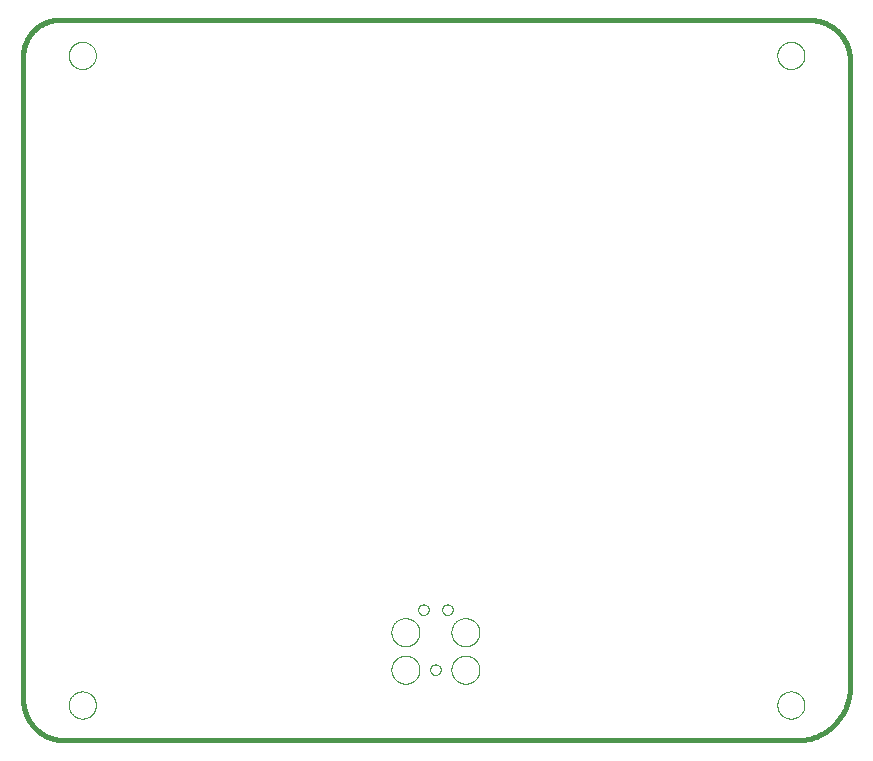
<source format=gbp>
G75*
%MOIN*%
%OFA0B0*%
%FSLAX25Y25*%
%IPPOS*%
%LPD*%
%AMOC8*
5,1,8,0,0,1.08239X$1,22.5*
%
%ADD10C,0.01600*%
%ADD11C,0.00000*%
D10*
X0017183Y0004413D02*
X0261183Y0004413D01*
X0261614Y0004418D01*
X0262045Y0004434D01*
X0262475Y0004460D01*
X0262905Y0004496D01*
X0263333Y0004543D01*
X0263760Y0004600D01*
X0264186Y0004668D01*
X0264610Y0004745D01*
X0265032Y0004833D01*
X0265452Y0004931D01*
X0265869Y0005040D01*
X0266283Y0005158D01*
X0266695Y0005286D01*
X0267103Y0005424D01*
X0267508Y0005572D01*
X0267909Y0005730D01*
X0268306Y0005897D01*
X0268700Y0006074D01*
X0269088Y0006260D01*
X0269472Y0006456D01*
X0269851Y0006661D01*
X0270226Y0006875D01*
X0270595Y0007098D01*
X0270958Y0007330D01*
X0271316Y0007570D01*
X0271667Y0007820D01*
X0272013Y0008077D01*
X0272352Y0008343D01*
X0272685Y0008617D01*
X0273011Y0008899D01*
X0273330Y0009189D01*
X0273642Y0009486D01*
X0273947Y0009791D01*
X0274244Y0010103D01*
X0274534Y0010422D01*
X0274816Y0010748D01*
X0275090Y0011081D01*
X0275356Y0011420D01*
X0275613Y0011766D01*
X0275863Y0012117D01*
X0276103Y0012475D01*
X0276335Y0012838D01*
X0276558Y0013207D01*
X0276772Y0013582D01*
X0276977Y0013961D01*
X0277173Y0014345D01*
X0277359Y0014733D01*
X0277536Y0015127D01*
X0277703Y0015524D01*
X0277861Y0015925D01*
X0278009Y0016330D01*
X0278147Y0016738D01*
X0278275Y0017150D01*
X0278393Y0017564D01*
X0278502Y0017981D01*
X0278600Y0018401D01*
X0278688Y0018823D01*
X0278765Y0019247D01*
X0278833Y0019673D01*
X0278890Y0020100D01*
X0278937Y0020528D01*
X0278973Y0020958D01*
X0278999Y0021388D01*
X0279015Y0021819D01*
X0279020Y0022250D01*
X0279020Y0231116D01*
X0279019Y0231116D02*
X0279015Y0231441D01*
X0279003Y0231766D01*
X0278984Y0232091D01*
X0278956Y0232414D01*
X0278921Y0232738D01*
X0278878Y0233060D01*
X0278827Y0233381D01*
X0278768Y0233701D01*
X0278702Y0234019D01*
X0278628Y0234336D01*
X0278546Y0234650D01*
X0278457Y0234963D01*
X0278361Y0235274D01*
X0278256Y0235581D01*
X0278145Y0235887D01*
X0278026Y0236189D01*
X0277900Y0236489D01*
X0277766Y0236786D01*
X0277626Y0237079D01*
X0277478Y0237368D01*
X0277323Y0237654D01*
X0277162Y0237937D01*
X0276994Y0238215D01*
X0276819Y0238489D01*
X0276637Y0238759D01*
X0276450Y0239024D01*
X0276255Y0239285D01*
X0276055Y0239541D01*
X0275848Y0239792D01*
X0275635Y0240038D01*
X0275417Y0240278D01*
X0275193Y0240514D01*
X0274963Y0240744D01*
X0274727Y0240968D01*
X0274487Y0241186D01*
X0274241Y0241399D01*
X0273990Y0241606D01*
X0273734Y0241806D01*
X0273473Y0242001D01*
X0273208Y0242188D01*
X0272938Y0242370D01*
X0272664Y0242545D01*
X0272386Y0242713D01*
X0272103Y0242874D01*
X0271817Y0243029D01*
X0271528Y0243177D01*
X0271235Y0243317D01*
X0270938Y0243451D01*
X0270638Y0243577D01*
X0270336Y0243696D01*
X0270030Y0243807D01*
X0269723Y0243912D01*
X0269412Y0244008D01*
X0269099Y0244097D01*
X0268785Y0244179D01*
X0268468Y0244253D01*
X0268150Y0244319D01*
X0267830Y0244378D01*
X0267509Y0244429D01*
X0267187Y0244472D01*
X0266863Y0244507D01*
X0266540Y0244535D01*
X0266215Y0244554D01*
X0265890Y0244566D01*
X0265565Y0244570D01*
X0265565Y0244571D02*
X0015369Y0244571D01*
X0015080Y0244568D01*
X0014792Y0244557D01*
X0014504Y0244540D01*
X0014217Y0244515D01*
X0013930Y0244484D01*
X0013644Y0244446D01*
X0013359Y0244401D01*
X0013075Y0244349D01*
X0012793Y0244290D01*
X0012512Y0244224D01*
X0012232Y0244152D01*
X0011955Y0244072D01*
X0011679Y0243987D01*
X0011406Y0243894D01*
X0011135Y0243795D01*
X0010866Y0243690D01*
X0010601Y0243577D01*
X0010337Y0243459D01*
X0010077Y0243334D01*
X0009820Y0243203D01*
X0009566Y0243066D01*
X0009316Y0242923D01*
X0009069Y0242774D01*
X0008826Y0242618D01*
X0008586Y0242457D01*
X0008351Y0242291D01*
X0008119Y0242118D01*
X0007892Y0241940D01*
X0007670Y0241757D01*
X0007451Y0241568D01*
X0007238Y0241374D01*
X0007029Y0241175D01*
X0006825Y0240971D01*
X0006626Y0240762D01*
X0006432Y0240549D01*
X0006243Y0240330D01*
X0006060Y0240108D01*
X0005882Y0239881D01*
X0005709Y0239649D01*
X0005543Y0239414D01*
X0005382Y0239174D01*
X0005226Y0238931D01*
X0005077Y0238684D01*
X0004934Y0238434D01*
X0004797Y0238180D01*
X0004666Y0237923D01*
X0004541Y0237663D01*
X0004423Y0237399D01*
X0004310Y0237134D01*
X0004205Y0236865D01*
X0004106Y0236594D01*
X0004013Y0236321D01*
X0003928Y0236045D01*
X0003848Y0235768D01*
X0003776Y0235488D01*
X0003710Y0235207D01*
X0003651Y0234925D01*
X0003599Y0234641D01*
X0003554Y0234356D01*
X0003516Y0234070D01*
X0003485Y0233783D01*
X0003460Y0233496D01*
X0003443Y0233208D01*
X0003432Y0232920D01*
X0003429Y0232631D01*
X0003429Y0018168D01*
X0003433Y0017836D01*
X0003445Y0017503D01*
X0003465Y0017172D01*
X0003493Y0016841D01*
X0003529Y0016510D01*
X0003573Y0016181D01*
X0003625Y0015852D01*
X0003685Y0015525D01*
X0003753Y0015200D01*
X0003829Y0014876D01*
X0003912Y0014555D01*
X0004003Y0014235D01*
X0004102Y0013918D01*
X0004209Y0013603D01*
X0004323Y0013291D01*
X0004444Y0012981D01*
X0004573Y0012675D01*
X0004710Y0012372D01*
X0004854Y0012072D01*
X0005004Y0011776D01*
X0005162Y0011484D01*
X0005327Y0011195D01*
X0005499Y0010911D01*
X0005678Y0010631D01*
X0005864Y0010355D01*
X0006056Y0010084D01*
X0006254Y0009817D01*
X0006459Y0009555D01*
X0006671Y0009299D01*
X0006888Y0009047D01*
X0007111Y0008801D01*
X0007341Y0008561D01*
X0007576Y0008326D01*
X0007816Y0008096D01*
X0008062Y0007873D01*
X0008314Y0007656D01*
X0008570Y0007444D01*
X0008832Y0007239D01*
X0009099Y0007041D01*
X0009370Y0006849D01*
X0009646Y0006663D01*
X0009926Y0006484D01*
X0010210Y0006312D01*
X0010499Y0006147D01*
X0010791Y0005989D01*
X0011087Y0005839D01*
X0011387Y0005695D01*
X0011690Y0005558D01*
X0011996Y0005429D01*
X0012306Y0005308D01*
X0012618Y0005194D01*
X0012933Y0005087D01*
X0013250Y0004988D01*
X0013570Y0004897D01*
X0013891Y0004814D01*
X0014215Y0004738D01*
X0014540Y0004670D01*
X0014867Y0004610D01*
X0015196Y0004558D01*
X0015525Y0004514D01*
X0015856Y0004478D01*
X0016187Y0004450D01*
X0016518Y0004430D01*
X0016851Y0004418D01*
X0017183Y0004414D01*
D11*
X0018586Y0016224D02*
X0018588Y0016358D01*
X0018594Y0016492D01*
X0018604Y0016626D01*
X0018618Y0016760D01*
X0018636Y0016893D01*
X0018657Y0017025D01*
X0018683Y0017157D01*
X0018713Y0017288D01*
X0018746Y0017418D01*
X0018783Y0017546D01*
X0018825Y0017674D01*
X0018869Y0017801D01*
X0018918Y0017926D01*
X0018970Y0018049D01*
X0019026Y0018171D01*
X0019086Y0018292D01*
X0019149Y0018410D01*
X0019215Y0018527D01*
X0019285Y0018641D01*
X0019358Y0018754D01*
X0019435Y0018864D01*
X0019515Y0018972D01*
X0019598Y0019077D01*
X0019684Y0019180D01*
X0019773Y0019280D01*
X0019865Y0019378D01*
X0019960Y0019473D01*
X0020058Y0019565D01*
X0020158Y0019654D01*
X0020261Y0019740D01*
X0020366Y0019823D01*
X0020474Y0019903D01*
X0020584Y0019980D01*
X0020697Y0020053D01*
X0020811Y0020123D01*
X0020928Y0020189D01*
X0021046Y0020252D01*
X0021167Y0020312D01*
X0021289Y0020368D01*
X0021412Y0020420D01*
X0021537Y0020469D01*
X0021664Y0020513D01*
X0021792Y0020555D01*
X0021920Y0020592D01*
X0022050Y0020625D01*
X0022181Y0020655D01*
X0022313Y0020681D01*
X0022445Y0020702D01*
X0022578Y0020720D01*
X0022712Y0020734D01*
X0022846Y0020744D01*
X0022980Y0020750D01*
X0023114Y0020752D01*
X0023248Y0020750D01*
X0023382Y0020744D01*
X0023516Y0020734D01*
X0023650Y0020720D01*
X0023783Y0020702D01*
X0023915Y0020681D01*
X0024047Y0020655D01*
X0024178Y0020625D01*
X0024308Y0020592D01*
X0024436Y0020555D01*
X0024564Y0020513D01*
X0024691Y0020469D01*
X0024816Y0020420D01*
X0024939Y0020368D01*
X0025061Y0020312D01*
X0025182Y0020252D01*
X0025300Y0020189D01*
X0025417Y0020123D01*
X0025531Y0020053D01*
X0025644Y0019980D01*
X0025754Y0019903D01*
X0025862Y0019823D01*
X0025967Y0019740D01*
X0026070Y0019654D01*
X0026170Y0019565D01*
X0026268Y0019473D01*
X0026363Y0019378D01*
X0026455Y0019280D01*
X0026544Y0019180D01*
X0026630Y0019077D01*
X0026713Y0018972D01*
X0026793Y0018864D01*
X0026870Y0018754D01*
X0026943Y0018641D01*
X0027013Y0018527D01*
X0027079Y0018410D01*
X0027142Y0018292D01*
X0027202Y0018171D01*
X0027258Y0018049D01*
X0027310Y0017926D01*
X0027359Y0017801D01*
X0027403Y0017674D01*
X0027445Y0017546D01*
X0027482Y0017418D01*
X0027515Y0017288D01*
X0027545Y0017157D01*
X0027571Y0017025D01*
X0027592Y0016893D01*
X0027610Y0016760D01*
X0027624Y0016626D01*
X0027634Y0016492D01*
X0027640Y0016358D01*
X0027642Y0016224D01*
X0027640Y0016090D01*
X0027634Y0015956D01*
X0027624Y0015822D01*
X0027610Y0015688D01*
X0027592Y0015555D01*
X0027571Y0015423D01*
X0027545Y0015291D01*
X0027515Y0015160D01*
X0027482Y0015030D01*
X0027445Y0014902D01*
X0027403Y0014774D01*
X0027359Y0014647D01*
X0027310Y0014522D01*
X0027258Y0014399D01*
X0027202Y0014277D01*
X0027142Y0014156D01*
X0027079Y0014038D01*
X0027013Y0013921D01*
X0026943Y0013807D01*
X0026870Y0013694D01*
X0026793Y0013584D01*
X0026713Y0013476D01*
X0026630Y0013371D01*
X0026544Y0013268D01*
X0026455Y0013168D01*
X0026363Y0013070D01*
X0026268Y0012975D01*
X0026170Y0012883D01*
X0026070Y0012794D01*
X0025967Y0012708D01*
X0025862Y0012625D01*
X0025754Y0012545D01*
X0025644Y0012468D01*
X0025531Y0012395D01*
X0025417Y0012325D01*
X0025300Y0012259D01*
X0025182Y0012196D01*
X0025061Y0012136D01*
X0024939Y0012080D01*
X0024816Y0012028D01*
X0024691Y0011979D01*
X0024564Y0011935D01*
X0024436Y0011893D01*
X0024308Y0011856D01*
X0024178Y0011823D01*
X0024047Y0011793D01*
X0023915Y0011767D01*
X0023783Y0011746D01*
X0023650Y0011728D01*
X0023516Y0011714D01*
X0023382Y0011704D01*
X0023248Y0011698D01*
X0023114Y0011696D01*
X0022980Y0011698D01*
X0022846Y0011704D01*
X0022712Y0011714D01*
X0022578Y0011728D01*
X0022445Y0011746D01*
X0022313Y0011767D01*
X0022181Y0011793D01*
X0022050Y0011823D01*
X0021920Y0011856D01*
X0021792Y0011893D01*
X0021664Y0011935D01*
X0021537Y0011979D01*
X0021412Y0012028D01*
X0021289Y0012080D01*
X0021167Y0012136D01*
X0021046Y0012196D01*
X0020928Y0012259D01*
X0020811Y0012325D01*
X0020697Y0012395D01*
X0020584Y0012468D01*
X0020474Y0012545D01*
X0020366Y0012625D01*
X0020261Y0012708D01*
X0020158Y0012794D01*
X0020058Y0012883D01*
X0019960Y0012975D01*
X0019865Y0013070D01*
X0019773Y0013168D01*
X0019684Y0013268D01*
X0019598Y0013371D01*
X0019515Y0013476D01*
X0019435Y0013584D01*
X0019358Y0013694D01*
X0019285Y0013807D01*
X0019215Y0013921D01*
X0019149Y0014038D01*
X0019086Y0014156D01*
X0019026Y0014277D01*
X0018970Y0014399D01*
X0018918Y0014522D01*
X0018869Y0014647D01*
X0018825Y0014774D01*
X0018783Y0014902D01*
X0018746Y0015030D01*
X0018713Y0015160D01*
X0018683Y0015291D01*
X0018657Y0015423D01*
X0018636Y0015555D01*
X0018618Y0015688D01*
X0018604Y0015822D01*
X0018594Y0015956D01*
X0018588Y0016090D01*
X0018586Y0016224D01*
X0126156Y0027996D02*
X0126158Y0028133D01*
X0126164Y0028269D01*
X0126174Y0028405D01*
X0126188Y0028541D01*
X0126206Y0028677D01*
X0126228Y0028812D01*
X0126253Y0028946D01*
X0126283Y0029079D01*
X0126317Y0029211D01*
X0126354Y0029343D01*
X0126395Y0029473D01*
X0126441Y0029602D01*
X0126489Y0029730D01*
X0126542Y0029856D01*
X0126598Y0029980D01*
X0126658Y0030103D01*
X0126721Y0030224D01*
X0126788Y0030343D01*
X0126858Y0030460D01*
X0126932Y0030576D01*
X0127009Y0030688D01*
X0127089Y0030799D01*
X0127173Y0030907D01*
X0127260Y0031013D01*
X0127349Y0031116D01*
X0127442Y0031216D01*
X0127537Y0031314D01*
X0127636Y0031409D01*
X0127737Y0031501D01*
X0127841Y0031589D01*
X0127947Y0031675D01*
X0128056Y0031758D01*
X0128167Y0031837D01*
X0128280Y0031914D01*
X0128396Y0031987D01*
X0128513Y0032056D01*
X0128633Y0032122D01*
X0128754Y0032184D01*
X0128878Y0032243D01*
X0129003Y0032299D01*
X0129129Y0032350D01*
X0129257Y0032398D01*
X0129386Y0032442D01*
X0129517Y0032483D01*
X0129649Y0032519D01*
X0129781Y0032552D01*
X0129915Y0032580D01*
X0130049Y0032605D01*
X0130184Y0032626D01*
X0130320Y0032643D01*
X0130456Y0032656D01*
X0130592Y0032665D01*
X0130729Y0032670D01*
X0130865Y0032671D01*
X0131002Y0032668D01*
X0131138Y0032661D01*
X0131274Y0032650D01*
X0131410Y0032635D01*
X0131545Y0032616D01*
X0131680Y0032593D01*
X0131814Y0032566D01*
X0131947Y0032536D01*
X0132079Y0032501D01*
X0132211Y0032463D01*
X0132340Y0032421D01*
X0132469Y0032375D01*
X0132596Y0032325D01*
X0132722Y0032271D01*
X0132846Y0032214D01*
X0132969Y0032154D01*
X0133089Y0032089D01*
X0133208Y0032022D01*
X0133324Y0031951D01*
X0133439Y0031876D01*
X0133551Y0031798D01*
X0133661Y0031717D01*
X0133769Y0031633D01*
X0133874Y0031545D01*
X0133976Y0031455D01*
X0134076Y0031362D01*
X0134173Y0031265D01*
X0134267Y0031166D01*
X0134358Y0031065D01*
X0134446Y0030960D01*
X0134531Y0030853D01*
X0134613Y0030744D01*
X0134692Y0030632D01*
X0134767Y0030518D01*
X0134839Y0030402D01*
X0134908Y0030284D01*
X0134973Y0030164D01*
X0135035Y0030042D01*
X0135093Y0029918D01*
X0135147Y0029793D01*
X0135198Y0029666D01*
X0135244Y0029538D01*
X0135288Y0029408D01*
X0135327Y0029277D01*
X0135363Y0029145D01*
X0135394Y0029012D01*
X0135422Y0028879D01*
X0135446Y0028744D01*
X0135466Y0028609D01*
X0135482Y0028473D01*
X0135494Y0028337D01*
X0135502Y0028201D01*
X0135506Y0028064D01*
X0135506Y0027928D01*
X0135502Y0027791D01*
X0135494Y0027655D01*
X0135482Y0027519D01*
X0135466Y0027383D01*
X0135446Y0027248D01*
X0135422Y0027113D01*
X0135394Y0026980D01*
X0135363Y0026847D01*
X0135327Y0026715D01*
X0135288Y0026584D01*
X0135244Y0026454D01*
X0135198Y0026326D01*
X0135147Y0026199D01*
X0135093Y0026074D01*
X0135035Y0025950D01*
X0134973Y0025828D01*
X0134908Y0025708D01*
X0134839Y0025590D01*
X0134767Y0025474D01*
X0134692Y0025360D01*
X0134613Y0025248D01*
X0134531Y0025139D01*
X0134446Y0025032D01*
X0134358Y0024927D01*
X0134267Y0024826D01*
X0134173Y0024727D01*
X0134076Y0024630D01*
X0133976Y0024537D01*
X0133874Y0024447D01*
X0133769Y0024359D01*
X0133661Y0024275D01*
X0133551Y0024194D01*
X0133439Y0024116D01*
X0133324Y0024041D01*
X0133208Y0023970D01*
X0133089Y0023903D01*
X0132969Y0023838D01*
X0132846Y0023778D01*
X0132722Y0023721D01*
X0132596Y0023667D01*
X0132469Y0023617D01*
X0132340Y0023571D01*
X0132211Y0023529D01*
X0132079Y0023491D01*
X0131947Y0023456D01*
X0131814Y0023426D01*
X0131680Y0023399D01*
X0131545Y0023376D01*
X0131410Y0023357D01*
X0131274Y0023342D01*
X0131138Y0023331D01*
X0131002Y0023324D01*
X0130865Y0023321D01*
X0130729Y0023322D01*
X0130592Y0023327D01*
X0130456Y0023336D01*
X0130320Y0023349D01*
X0130184Y0023366D01*
X0130049Y0023387D01*
X0129915Y0023412D01*
X0129781Y0023440D01*
X0129649Y0023473D01*
X0129517Y0023509D01*
X0129386Y0023550D01*
X0129257Y0023594D01*
X0129129Y0023642D01*
X0129003Y0023693D01*
X0128878Y0023749D01*
X0128754Y0023808D01*
X0128633Y0023870D01*
X0128513Y0023936D01*
X0128396Y0024005D01*
X0128280Y0024078D01*
X0128167Y0024155D01*
X0128056Y0024234D01*
X0127947Y0024317D01*
X0127841Y0024403D01*
X0127737Y0024491D01*
X0127636Y0024583D01*
X0127537Y0024678D01*
X0127442Y0024776D01*
X0127349Y0024876D01*
X0127260Y0024979D01*
X0127173Y0025085D01*
X0127089Y0025193D01*
X0127009Y0025304D01*
X0126932Y0025416D01*
X0126858Y0025532D01*
X0126788Y0025649D01*
X0126721Y0025768D01*
X0126658Y0025889D01*
X0126598Y0026012D01*
X0126542Y0026136D01*
X0126489Y0026262D01*
X0126441Y0026390D01*
X0126395Y0026519D01*
X0126354Y0026649D01*
X0126317Y0026781D01*
X0126283Y0026913D01*
X0126253Y0027046D01*
X0126228Y0027180D01*
X0126206Y0027315D01*
X0126188Y0027451D01*
X0126174Y0027587D01*
X0126164Y0027723D01*
X0126158Y0027859D01*
X0126156Y0027996D01*
X0126156Y0040496D02*
X0126158Y0040633D01*
X0126164Y0040769D01*
X0126174Y0040905D01*
X0126188Y0041041D01*
X0126206Y0041177D01*
X0126228Y0041312D01*
X0126253Y0041446D01*
X0126283Y0041579D01*
X0126317Y0041711D01*
X0126354Y0041843D01*
X0126395Y0041973D01*
X0126441Y0042102D01*
X0126489Y0042230D01*
X0126542Y0042356D01*
X0126598Y0042480D01*
X0126658Y0042603D01*
X0126721Y0042724D01*
X0126788Y0042843D01*
X0126858Y0042960D01*
X0126932Y0043076D01*
X0127009Y0043188D01*
X0127089Y0043299D01*
X0127173Y0043407D01*
X0127260Y0043513D01*
X0127349Y0043616D01*
X0127442Y0043716D01*
X0127537Y0043814D01*
X0127636Y0043909D01*
X0127737Y0044001D01*
X0127841Y0044089D01*
X0127947Y0044175D01*
X0128056Y0044258D01*
X0128167Y0044337D01*
X0128280Y0044414D01*
X0128396Y0044487D01*
X0128513Y0044556D01*
X0128633Y0044622D01*
X0128754Y0044684D01*
X0128878Y0044743D01*
X0129003Y0044799D01*
X0129129Y0044850D01*
X0129257Y0044898D01*
X0129386Y0044942D01*
X0129517Y0044983D01*
X0129649Y0045019D01*
X0129781Y0045052D01*
X0129915Y0045080D01*
X0130049Y0045105D01*
X0130184Y0045126D01*
X0130320Y0045143D01*
X0130456Y0045156D01*
X0130592Y0045165D01*
X0130729Y0045170D01*
X0130865Y0045171D01*
X0131002Y0045168D01*
X0131138Y0045161D01*
X0131274Y0045150D01*
X0131410Y0045135D01*
X0131545Y0045116D01*
X0131680Y0045093D01*
X0131814Y0045066D01*
X0131947Y0045036D01*
X0132079Y0045001D01*
X0132211Y0044963D01*
X0132340Y0044921D01*
X0132469Y0044875D01*
X0132596Y0044825D01*
X0132722Y0044771D01*
X0132846Y0044714D01*
X0132969Y0044654D01*
X0133089Y0044589D01*
X0133208Y0044522D01*
X0133324Y0044451D01*
X0133439Y0044376D01*
X0133551Y0044298D01*
X0133661Y0044217D01*
X0133769Y0044133D01*
X0133874Y0044045D01*
X0133976Y0043955D01*
X0134076Y0043862D01*
X0134173Y0043765D01*
X0134267Y0043666D01*
X0134358Y0043565D01*
X0134446Y0043460D01*
X0134531Y0043353D01*
X0134613Y0043244D01*
X0134692Y0043132D01*
X0134767Y0043018D01*
X0134839Y0042902D01*
X0134908Y0042784D01*
X0134973Y0042664D01*
X0135035Y0042542D01*
X0135093Y0042418D01*
X0135147Y0042293D01*
X0135198Y0042166D01*
X0135244Y0042038D01*
X0135288Y0041908D01*
X0135327Y0041777D01*
X0135363Y0041645D01*
X0135394Y0041512D01*
X0135422Y0041379D01*
X0135446Y0041244D01*
X0135466Y0041109D01*
X0135482Y0040973D01*
X0135494Y0040837D01*
X0135502Y0040701D01*
X0135506Y0040564D01*
X0135506Y0040428D01*
X0135502Y0040291D01*
X0135494Y0040155D01*
X0135482Y0040019D01*
X0135466Y0039883D01*
X0135446Y0039748D01*
X0135422Y0039613D01*
X0135394Y0039480D01*
X0135363Y0039347D01*
X0135327Y0039215D01*
X0135288Y0039084D01*
X0135244Y0038954D01*
X0135198Y0038826D01*
X0135147Y0038699D01*
X0135093Y0038574D01*
X0135035Y0038450D01*
X0134973Y0038328D01*
X0134908Y0038208D01*
X0134839Y0038090D01*
X0134767Y0037974D01*
X0134692Y0037860D01*
X0134613Y0037748D01*
X0134531Y0037639D01*
X0134446Y0037532D01*
X0134358Y0037427D01*
X0134267Y0037326D01*
X0134173Y0037227D01*
X0134076Y0037130D01*
X0133976Y0037037D01*
X0133874Y0036947D01*
X0133769Y0036859D01*
X0133661Y0036775D01*
X0133551Y0036694D01*
X0133439Y0036616D01*
X0133324Y0036541D01*
X0133208Y0036470D01*
X0133089Y0036403D01*
X0132969Y0036338D01*
X0132846Y0036278D01*
X0132722Y0036221D01*
X0132596Y0036167D01*
X0132469Y0036117D01*
X0132340Y0036071D01*
X0132211Y0036029D01*
X0132079Y0035991D01*
X0131947Y0035956D01*
X0131814Y0035926D01*
X0131680Y0035899D01*
X0131545Y0035876D01*
X0131410Y0035857D01*
X0131274Y0035842D01*
X0131138Y0035831D01*
X0131002Y0035824D01*
X0130865Y0035821D01*
X0130729Y0035822D01*
X0130592Y0035827D01*
X0130456Y0035836D01*
X0130320Y0035849D01*
X0130184Y0035866D01*
X0130049Y0035887D01*
X0129915Y0035912D01*
X0129781Y0035940D01*
X0129649Y0035973D01*
X0129517Y0036009D01*
X0129386Y0036050D01*
X0129257Y0036094D01*
X0129129Y0036142D01*
X0129003Y0036193D01*
X0128878Y0036249D01*
X0128754Y0036308D01*
X0128633Y0036370D01*
X0128513Y0036436D01*
X0128396Y0036505D01*
X0128280Y0036578D01*
X0128167Y0036655D01*
X0128056Y0036734D01*
X0127947Y0036817D01*
X0127841Y0036903D01*
X0127737Y0036991D01*
X0127636Y0037083D01*
X0127537Y0037178D01*
X0127442Y0037276D01*
X0127349Y0037376D01*
X0127260Y0037479D01*
X0127173Y0037585D01*
X0127089Y0037693D01*
X0127009Y0037804D01*
X0126932Y0037916D01*
X0126858Y0038032D01*
X0126788Y0038149D01*
X0126721Y0038268D01*
X0126658Y0038389D01*
X0126598Y0038512D01*
X0126542Y0038636D01*
X0126489Y0038762D01*
X0126441Y0038890D01*
X0126395Y0039019D01*
X0126354Y0039149D01*
X0126317Y0039281D01*
X0126283Y0039413D01*
X0126253Y0039546D01*
X0126228Y0039680D01*
X0126206Y0039815D01*
X0126188Y0039951D01*
X0126174Y0040087D01*
X0126164Y0040223D01*
X0126158Y0040359D01*
X0126156Y0040496D01*
X0135081Y0047996D02*
X0135083Y0048079D01*
X0135089Y0048162D01*
X0135099Y0048245D01*
X0135113Y0048327D01*
X0135130Y0048409D01*
X0135152Y0048489D01*
X0135177Y0048568D01*
X0135206Y0048646D01*
X0135239Y0048723D01*
X0135276Y0048798D01*
X0135315Y0048871D01*
X0135359Y0048942D01*
X0135405Y0049011D01*
X0135455Y0049078D01*
X0135508Y0049142D01*
X0135564Y0049204D01*
X0135623Y0049263D01*
X0135685Y0049319D01*
X0135749Y0049372D01*
X0135816Y0049422D01*
X0135885Y0049468D01*
X0135956Y0049512D01*
X0136029Y0049551D01*
X0136104Y0049588D01*
X0136181Y0049621D01*
X0136259Y0049650D01*
X0136338Y0049675D01*
X0136418Y0049697D01*
X0136500Y0049714D01*
X0136582Y0049728D01*
X0136665Y0049738D01*
X0136748Y0049744D01*
X0136831Y0049746D01*
X0136914Y0049744D01*
X0136997Y0049738D01*
X0137080Y0049728D01*
X0137162Y0049714D01*
X0137244Y0049697D01*
X0137324Y0049675D01*
X0137403Y0049650D01*
X0137481Y0049621D01*
X0137558Y0049588D01*
X0137633Y0049551D01*
X0137706Y0049512D01*
X0137777Y0049468D01*
X0137846Y0049422D01*
X0137913Y0049372D01*
X0137977Y0049319D01*
X0138039Y0049263D01*
X0138098Y0049204D01*
X0138154Y0049142D01*
X0138207Y0049078D01*
X0138257Y0049011D01*
X0138303Y0048942D01*
X0138347Y0048871D01*
X0138386Y0048798D01*
X0138423Y0048723D01*
X0138456Y0048646D01*
X0138485Y0048568D01*
X0138510Y0048489D01*
X0138532Y0048409D01*
X0138549Y0048327D01*
X0138563Y0048245D01*
X0138573Y0048162D01*
X0138579Y0048079D01*
X0138581Y0047996D01*
X0138579Y0047913D01*
X0138573Y0047830D01*
X0138563Y0047747D01*
X0138549Y0047665D01*
X0138532Y0047583D01*
X0138510Y0047503D01*
X0138485Y0047424D01*
X0138456Y0047346D01*
X0138423Y0047269D01*
X0138386Y0047194D01*
X0138347Y0047121D01*
X0138303Y0047050D01*
X0138257Y0046981D01*
X0138207Y0046914D01*
X0138154Y0046850D01*
X0138098Y0046788D01*
X0138039Y0046729D01*
X0137977Y0046673D01*
X0137913Y0046620D01*
X0137846Y0046570D01*
X0137777Y0046524D01*
X0137706Y0046480D01*
X0137633Y0046441D01*
X0137558Y0046404D01*
X0137481Y0046371D01*
X0137403Y0046342D01*
X0137324Y0046317D01*
X0137244Y0046295D01*
X0137162Y0046278D01*
X0137080Y0046264D01*
X0136997Y0046254D01*
X0136914Y0046248D01*
X0136831Y0046246D01*
X0136748Y0046248D01*
X0136665Y0046254D01*
X0136582Y0046264D01*
X0136500Y0046278D01*
X0136418Y0046295D01*
X0136338Y0046317D01*
X0136259Y0046342D01*
X0136181Y0046371D01*
X0136104Y0046404D01*
X0136029Y0046441D01*
X0135956Y0046480D01*
X0135885Y0046524D01*
X0135816Y0046570D01*
X0135749Y0046620D01*
X0135685Y0046673D01*
X0135623Y0046729D01*
X0135564Y0046788D01*
X0135508Y0046850D01*
X0135455Y0046914D01*
X0135405Y0046981D01*
X0135359Y0047050D01*
X0135315Y0047121D01*
X0135276Y0047194D01*
X0135239Y0047269D01*
X0135206Y0047346D01*
X0135177Y0047424D01*
X0135152Y0047503D01*
X0135130Y0047583D01*
X0135113Y0047665D01*
X0135099Y0047747D01*
X0135089Y0047830D01*
X0135083Y0047913D01*
X0135081Y0047996D01*
X0143081Y0047996D02*
X0143083Y0048079D01*
X0143089Y0048162D01*
X0143099Y0048245D01*
X0143113Y0048327D01*
X0143130Y0048409D01*
X0143152Y0048489D01*
X0143177Y0048568D01*
X0143206Y0048646D01*
X0143239Y0048723D01*
X0143276Y0048798D01*
X0143315Y0048871D01*
X0143359Y0048942D01*
X0143405Y0049011D01*
X0143455Y0049078D01*
X0143508Y0049142D01*
X0143564Y0049204D01*
X0143623Y0049263D01*
X0143685Y0049319D01*
X0143749Y0049372D01*
X0143816Y0049422D01*
X0143885Y0049468D01*
X0143956Y0049512D01*
X0144029Y0049551D01*
X0144104Y0049588D01*
X0144181Y0049621D01*
X0144259Y0049650D01*
X0144338Y0049675D01*
X0144418Y0049697D01*
X0144500Y0049714D01*
X0144582Y0049728D01*
X0144665Y0049738D01*
X0144748Y0049744D01*
X0144831Y0049746D01*
X0144914Y0049744D01*
X0144997Y0049738D01*
X0145080Y0049728D01*
X0145162Y0049714D01*
X0145244Y0049697D01*
X0145324Y0049675D01*
X0145403Y0049650D01*
X0145481Y0049621D01*
X0145558Y0049588D01*
X0145633Y0049551D01*
X0145706Y0049512D01*
X0145777Y0049468D01*
X0145846Y0049422D01*
X0145913Y0049372D01*
X0145977Y0049319D01*
X0146039Y0049263D01*
X0146098Y0049204D01*
X0146154Y0049142D01*
X0146207Y0049078D01*
X0146257Y0049011D01*
X0146303Y0048942D01*
X0146347Y0048871D01*
X0146386Y0048798D01*
X0146423Y0048723D01*
X0146456Y0048646D01*
X0146485Y0048568D01*
X0146510Y0048489D01*
X0146532Y0048409D01*
X0146549Y0048327D01*
X0146563Y0048245D01*
X0146573Y0048162D01*
X0146579Y0048079D01*
X0146581Y0047996D01*
X0146579Y0047913D01*
X0146573Y0047830D01*
X0146563Y0047747D01*
X0146549Y0047665D01*
X0146532Y0047583D01*
X0146510Y0047503D01*
X0146485Y0047424D01*
X0146456Y0047346D01*
X0146423Y0047269D01*
X0146386Y0047194D01*
X0146347Y0047121D01*
X0146303Y0047050D01*
X0146257Y0046981D01*
X0146207Y0046914D01*
X0146154Y0046850D01*
X0146098Y0046788D01*
X0146039Y0046729D01*
X0145977Y0046673D01*
X0145913Y0046620D01*
X0145846Y0046570D01*
X0145777Y0046524D01*
X0145706Y0046480D01*
X0145633Y0046441D01*
X0145558Y0046404D01*
X0145481Y0046371D01*
X0145403Y0046342D01*
X0145324Y0046317D01*
X0145244Y0046295D01*
X0145162Y0046278D01*
X0145080Y0046264D01*
X0144997Y0046254D01*
X0144914Y0046248D01*
X0144831Y0046246D01*
X0144748Y0046248D01*
X0144665Y0046254D01*
X0144582Y0046264D01*
X0144500Y0046278D01*
X0144418Y0046295D01*
X0144338Y0046317D01*
X0144259Y0046342D01*
X0144181Y0046371D01*
X0144104Y0046404D01*
X0144029Y0046441D01*
X0143956Y0046480D01*
X0143885Y0046524D01*
X0143816Y0046570D01*
X0143749Y0046620D01*
X0143685Y0046673D01*
X0143623Y0046729D01*
X0143564Y0046788D01*
X0143508Y0046850D01*
X0143455Y0046914D01*
X0143405Y0046981D01*
X0143359Y0047050D01*
X0143315Y0047121D01*
X0143276Y0047194D01*
X0143239Y0047269D01*
X0143206Y0047346D01*
X0143177Y0047424D01*
X0143152Y0047503D01*
X0143130Y0047583D01*
X0143113Y0047665D01*
X0143099Y0047747D01*
X0143089Y0047830D01*
X0143083Y0047913D01*
X0143081Y0047996D01*
X0146156Y0040496D02*
X0146158Y0040633D01*
X0146164Y0040769D01*
X0146174Y0040905D01*
X0146188Y0041041D01*
X0146206Y0041177D01*
X0146228Y0041312D01*
X0146253Y0041446D01*
X0146283Y0041579D01*
X0146317Y0041711D01*
X0146354Y0041843D01*
X0146395Y0041973D01*
X0146441Y0042102D01*
X0146489Y0042230D01*
X0146542Y0042356D01*
X0146598Y0042480D01*
X0146658Y0042603D01*
X0146721Y0042724D01*
X0146788Y0042843D01*
X0146858Y0042960D01*
X0146932Y0043076D01*
X0147009Y0043188D01*
X0147089Y0043299D01*
X0147173Y0043407D01*
X0147260Y0043513D01*
X0147349Y0043616D01*
X0147442Y0043716D01*
X0147537Y0043814D01*
X0147636Y0043909D01*
X0147737Y0044001D01*
X0147841Y0044089D01*
X0147947Y0044175D01*
X0148056Y0044258D01*
X0148167Y0044337D01*
X0148280Y0044414D01*
X0148396Y0044487D01*
X0148513Y0044556D01*
X0148633Y0044622D01*
X0148754Y0044684D01*
X0148878Y0044743D01*
X0149003Y0044799D01*
X0149129Y0044850D01*
X0149257Y0044898D01*
X0149386Y0044942D01*
X0149517Y0044983D01*
X0149649Y0045019D01*
X0149781Y0045052D01*
X0149915Y0045080D01*
X0150049Y0045105D01*
X0150184Y0045126D01*
X0150320Y0045143D01*
X0150456Y0045156D01*
X0150592Y0045165D01*
X0150729Y0045170D01*
X0150865Y0045171D01*
X0151002Y0045168D01*
X0151138Y0045161D01*
X0151274Y0045150D01*
X0151410Y0045135D01*
X0151545Y0045116D01*
X0151680Y0045093D01*
X0151814Y0045066D01*
X0151947Y0045036D01*
X0152079Y0045001D01*
X0152211Y0044963D01*
X0152340Y0044921D01*
X0152469Y0044875D01*
X0152596Y0044825D01*
X0152722Y0044771D01*
X0152846Y0044714D01*
X0152969Y0044654D01*
X0153089Y0044589D01*
X0153208Y0044522D01*
X0153324Y0044451D01*
X0153439Y0044376D01*
X0153551Y0044298D01*
X0153661Y0044217D01*
X0153769Y0044133D01*
X0153874Y0044045D01*
X0153976Y0043955D01*
X0154076Y0043862D01*
X0154173Y0043765D01*
X0154267Y0043666D01*
X0154358Y0043565D01*
X0154446Y0043460D01*
X0154531Y0043353D01*
X0154613Y0043244D01*
X0154692Y0043132D01*
X0154767Y0043018D01*
X0154839Y0042902D01*
X0154908Y0042784D01*
X0154973Y0042664D01*
X0155035Y0042542D01*
X0155093Y0042418D01*
X0155147Y0042293D01*
X0155198Y0042166D01*
X0155244Y0042038D01*
X0155288Y0041908D01*
X0155327Y0041777D01*
X0155363Y0041645D01*
X0155394Y0041512D01*
X0155422Y0041379D01*
X0155446Y0041244D01*
X0155466Y0041109D01*
X0155482Y0040973D01*
X0155494Y0040837D01*
X0155502Y0040701D01*
X0155506Y0040564D01*
X0155506Y0040428D01*
X0155502Y0040291D01*
X0155494Y0040155D01*
X0155482Y0040019D01*
X0155466Y0039883D01*
X0155446Y0039748D01*
X0155422Y0039613D01*
X0155394Y0039480D01*
X0155363Y0039347D01*
X0155327Y0039215D01*
X0155288Y0039084D01*
X0155244Y0038954D01*
X0155198Y0038826D01*
X0155147Y0038699D01*
X0155093Y0038574D01*
X0155035Y0038450D01*
X0154973Y0038328D01*
X0154908Y0038208D01*
X0154839Y0038090D01*
X0154767Y0037974D01*
X0154692Y0037860D01*
X0154613Y0037748D01*
X0154531Y0037639D01*
X0154446Y0037532D01*
X0154358Y0037427D01*
X0154267Y0037326D01*
X0154173Y0037227D01*
X0154076Y0037130D01*
X0153976Y0037037D01*
X0153874Y0036947D01*
X0153769Y0036859D01*
X0153661Y0036775D01*
X0153551Y0036694D01*
X0153439Y0036616D01*
X0153324Y0036541D01*
X0153208Y0036470D01*
X0153089Y0036403D01*
X0152969Y0036338D01*
X0152846Y0036278D01*
X0152722Y0036221D01*
X0152596Y0036167D01*
X0152469Y0036117D01*
X0152340Y0036071D01*
X0152211Y0036029D01*
X0152079Y0035991D01*
X0151947Y0035956D01*
X0151814Y0035926D01*
X0151680Y0035899D01*
X0151545Y0035876D01*
X0151410Y0035857D01*
X0151274Y0035842D01*
X0151138Y0035831D01*
X0151002Y0035824D01*
X0150865Y0035821D01*
X0150729Y0035822D01*
X0150592Y0035827D01*
X0150456Y0035836D01*
X0150320Y0035849D01*
X0150184Y0035866D01*
X0150049Y0035887D01*
X0149915Y0035912D01*
X0149781Y0035940D01*
X0149649Y0035973D01*
X0149517Y0036009D01*
X0149386Y0036050D01*
X0149257Y0036094D01*
X0149129Y0036142D01*
X0149003Y0036193D01*
X0148878Y0036249D01*
X0148754Y0036308D01*
X0148633Y0036370D01*
X0148513Y0036436D01*
X0148396Y0036505D01*
X0148280Y0036578D01*
X0148167Y0036655D01*
X0148056Y0036734D01*
X0147947Y0036817D01*
X0147841Y0036903D01*
X0147737Y0036991D01*
X0147636Y0037083D01*
X0147537Y0037178D01*
X0147442Y0037276D01*
X0147349Y0037376D01*
X0147260Y0037479D01*
X0147173Y0037585D01*
X0147089Y0037693D01*
X0147009Y0037804D01*
X0146932Y0037916D01*
X0146858Y0038032D01*
X0146788Y0038149D01*
X0146721Y0038268D01*
X0146658Y0038389D01*
X0146598Y0038512D01*
X0146542Y0038636D01*
X0146489Y0038762D01*
X0146441Y0038890D01*
X0146395Y0039019D01*
X0146354Y0039149D01*
X0146317Y0039281D01*
X0146283Y0039413D01*
X0146253Y0039546D01*
X0146228Y0039680D01*
X0146206Y0039815D01*
X0146188Y0039951D01*
X0146174Y0040087D01*
X0146164Y0040223D01*
X0146158Y0040359D01*
X0146156Y0040496D01*
X0146156Y0027996D02*
X0146158Y0028133D01*
X0146164Y0028269D01*
X0146174Y0028405D01*
X0146188Y0028541D01*
X0146206Y0028677D01*
X0146228Y0028812D01*
X0146253Y0028946D01*
X0146283Y0029079D01*
X0146317Y0029211D01*
X0146354Y0029343D01*
X0146395Y0029473D01*
X0146441Y0029602D01*
X0146489Y0029730D01*
X0146542Y0029856D01*
X0146598Y0029980D01*
X0146658Y0030103D01*
X0146721Y0030224D01*
X0146788Y0030343D01*
X0146858Y0030460D01*
X0146932Y0030576D01*
X0147009Y0030688D01*
X0147089Y0030799D01*
X0147173Y0030907D01*
X0147260Y0031013D01*
X0147349Y0031116D01*
X0147442Y0031216D01*
X0147537Y0031314D01*
X0147636Y0031409D01*
X0147737Y0031501D01*
X0147841Y0031589D01*
X0147947Y0031675D01*
X0148056Y0031758D01*
X0148167Y0031837D01*
X0148280Y0031914D01*
X0148396Y0031987D01*
X0148513Y0032056D01*
X0148633Y0032122D01*
X0148754Y0032184D01*
X0148878Y0032243D01*
X0149003Y0032299D01*
X0149129Y0032350D01*
X0149257Y0032398D01*
X0149386Y0032442D01*
X0149517Y0032483D01*
X0149649Y0032519D01*
X0149781Y0032552D01*
X0149915Y0032580D01*
X0150049Y0032605D01*
X0150184Y0032626D01*
X0150320Y0032643D01*
X0150456Y0032656D01*
X0150592Y0032665D01*
X0150729Y0032670D01*
X0150865Y0032671D01*
X0151002Y0032668D01*
X0151138Y0032661D01*
X0151274Y0032650D01*
X0151410Y0032635D01*
X0151545Y0032616D01*
X0151680Y0032593D01*
X0151814Y0032566D01*
X0151947Y0032536D01*
X0152079Y0032501D01*
X0152211Y0032463D01*
X0152340Y0032421D01*
X0152469Y0032375D01*
X0152596Y0032325D01*
X0152722Y0032271D01*
X0152846Y0032214D01*
X0152969Y0032154D01*
X0153089Y0032089D01*
X0153208Y0032022D01*
X0153324Y0031951D01*
X0153439Y0031876D01*
X0153551Y0031798D01*
X0153661Y0031717D01*
X0153769Y0031633D01*
X0153874Y0031545D01*
X0153976Y0031455D01*
X0154076Y0031362D01*
X0154173Y0031265D01*
X0154267Y0031166D01*
X0154358Y0031065D01*
X0154446Y0030960D01*
X0154531Y0030853D01*
X0154613Y0030744D01*
X0154692Y0030632D01*
X0154767Y0030518D01*
X0154839Y0030402D01*
X0154908Y0030284D01*
X0154973Y0030164D01*
X0155035Y0030042D01*
X0155093Y0029918D01*
X0155147Y0029793D01*
X0155198Y0029666D01*
X0155244Y0029538D01*
X0155288Y0029408D01*
X0155327Y0029277D01*
X0155363Y0029145D01*
X0155394Y0029012D01*
X0155422Y0028879D01*
X0155446Y0028744D01*
X0155466Y0028609D01*
X0155482Y0028473D01*
X0155494Y0028337D01*
X0155502Y0028201D01*
X0155506Y0028064D01*
X0155506Y0027928D01*
X0155502Y0027791D01*
X0155494Y0027655D01*
X0155482Y0027519D01*
X0155466Y0027383D01*
X0155446Y0027248D01*
X0155422Y0027113D01*
X0155394Y0026980D01*
X0155363Y0026847D01*
X0155327Y0026715D01*
X0155288Y0026584D01*
X0155244Y0026454D01*
X0155198Y0026326D01*
X0155147Y0026199D01*
X0155093Y0026074D01*
X0155035Y0025950D01*
X0154973Y0025828D01*
X0154908Y0025708D01*
X0154839Y0025590D01*
X0154767Y0025474D01*
X0154692Y0025360D01*
X0154613Y0025248D01*
X0154531Y0025139D01*
X0154446Y0025032D01*
X0154358Y0024927D01*
X0154267Y0024826D01*
X0154173Y0024727D01*
X0154076Y0024630D01*
X0153976Y0024537D01*
X0153874Y0024447D01*
X0153769Y0024359D01*
X0153661Y0024275D01*
X0153551Y0024194D01*
X0153439Y0024116D01*
X0153324Y0024041D01*
X0153208Y0023970D01*
X0153089Y0023903D01*
X0152969Y0023838D01*
X0152846Y0023778D01*
X0152722Y0023721D01*
X0152596Y0023667D01*
X0152469Y0023617D01*
X0152340Y0023571D01*
X0152211Y0023529D01*
X0152079Y0023491D01*
X0151947Y0023456D01*
X0151814Y0023426D01*
X0151680Y0023399D01*
X0151545Y0023376D01*
X0151410Y0023357D01*
X0151274Y0023342D01*
X0151138Y0023331D01*
X0151002Y0023324D01*
X0150865Y0023321D01*
X0150729Y0023322D01*
X0150592Y0023327D01*
X0150456Y0023336D01*
X0150320Y0023349D01*
X0150184Y0023366D01*
X0150049Y0023387D01*
X0149915Y0023412D01*
X0149781Y0023440D01*
X0149649Y0023473D01*
X0149517Y0023509D01*
X0149386Y0023550D01*
X0149257Y0023594D01*
X0149129Y0023642D01*
X0149003Y0023693D01*
X0148878Y0023749D01*
X0148754Y0023808D01*
X0148633Y0023870D01*
X0148513Y0023936D01*
X0148396Y0024005D01*
X0148280Y0024078D01*
X0148167Y0024155D01*
X0148056Y0024234D01*
X0147947Y0024317D01*
X0147841Y0024403D01*
X0147737Y0024491D01*
X0147636Y0024583D01*
X0147537Y0024678D01*
X0147442Y0024776D01*
X0147349Y0024876D01*
X0147260Y0024979D01*
X0147173Y0025085D01*
X0147089Y0025193D01*
X0147009Y0025304D01*
X0146932Y0025416D01*
X0146858Y0025532D01*
X0146788Y0025649D01*
X0146721Y0025768D01*
X0146658Y0025889D01*
X0146598Y0026012D01*
X0146542Y0026136D01*
X0146489Y0026262D01*
X0146441Y0026390D01*
X0146395Y0026519D01*
X0146354Y0026649D01*
X0146317Y0026781D01*
X0146283Y0026913D01*
X0146253Y0027046D01*
X0146228Y0027180D01*
X0146206Y0027315D01*
X0146188Y0027451D01*
X0146174Y0027587D01*
X0146164Y0027723D01*
X0146158Y0027859D01*
X0146156Y0027996D01*
X0139081Y0027996D02*
X0139083Y0028079D01*
X0139089Y0028162D01*
X0139099Y0028245D01*
X0139113Y0028327D01*
X0139130Y0028409D01*
X0139152Y0028489D01*
X0139177Y0028568D01*
X0139206Y0028646D01*
X0139239Y0028723D01*
X0139276Y0028798D01*
X0139315Y0028871D01*
X0139359Y0028942D01*
X0139405Y0029011D01*
X0139455Y0029078D01*
X0139508Y0029142D01*
X0139564Y0029204D01*
X0139623Y0029263D01*
X0139685Y0029319D01*
X0139749Y0029372D01*
X0139816Y0029422D01*
X0139885Y0029468D01*
X0139956Y0029512D01*
X0140029Y0029551D01*
X0140104Y0029588D01*
X0140181Y0029621D01*
X0140259Y0029650D01*
X0140338Y0029675D01*
X0140418Y0029697D01*
X0140500Y0029714D01*
X0140582Y0029728D01*
X0140665Y0029738D01*
X0140748Y0029744D01*
X0140831Y0029746D01*
X0140914Y0029744D01*
X0140997Y0029738D01*
X0141080Y0029728D01*
X0141162Y0029714D01*
X0141244Y0029697D01*
X0141324Y0029675D01*
X0141403Y0029650D01*
X0141481Y0029621D01*
X0141558Y0029588D01*
X0141633Y0029551D01*
X0141706Y0029512D01*
X0141777Y0029468D01*
X0141846Y0029422D01*
X0141913Y0029372D01*
X0141977Y0029319D01*
X0142039Y0029263D01*
X0142098Y0029204D01*
X0142154Y0029142D01*
X0142207Y0029078D01*
X0142257Y0029011D01*
X0142303Y0028942D01*
X0142347Y0028871D01*
X0142386Y0028798D01*
X0142423Y0028723D01*
X0142456Y0028646D01*
X0142485Y0028568D01*
X0142510Y0028489D01*
X0142532Y0028409D01*
X0142549Y0028327D01*
X0142563Y0028245D01*
X0142573Y0028162D01*
X0142579Y0028079D01*
X0142581Y0027996D01*
X0142579Y0027913D01*
X0142573Y0027830D01*
X0142563Y0027747D01*
X0142549Y0027665D01*
X0142532Y0027583D01*
X0142510Y0027503D01*
X0142485Y0027424D01*
X0142456Y0027346D01*
X0142423Y0027269D01*
X0142386Y0027194D01*
X0142347Y0027121D01*
X0142303Y0027050D01*
X0142257Y0026981D01*
X0142207Y0026914D01*
X0142154Y0026850D01*
X0142098Y0026788D01*
X0142039Y0026729D01*
X0141977Y0026673D01*
X0141913Y0026620D01*
X0141846Y0026570D01*
X0141777Y0026524D01*
X0141706Y0026480D01*
X0141633Y0026441D01*
X0141558Y0026404D01*
X0141481Y0026371D01*
X0141403Y0026342D01*
X0141324Y0026317D01*
X0141244Y0026295D01*
X0141162Y0026278D01*
X0141080Y0026264D01*
X0140997Y0026254D01*
X0140914Y0026248D01*
X0140831Y0026246D01*
X0140748Y0026248D01*
X0140665Y0026254D01*
X0140582Y0026264D01*
X0140500Y0026278D01*
X0140418Y0026295D01*
X0140338Y0026317D01*
X0140259Y0026342D01*
X0140181Y0026371D01*
X0140104Y0026404D01*
X0140029Y0026441D01*
X0139956Y0026480D01*
X0139885Y0026524D01*
X0139816Y0026570D01*
X0139749Y0026620D01*
X0139685Y0026673D01*
X0139623Y0026729D01*
X0139564Y0026788D01*
X0139508Y0026850D01*
X0139455Y0026914D01*
X0139405Y0026981D01*
X0139359Y0027050D01*
X0139315Y0027121D01*
X0139276Y0027194D01*
X0139239Y0027269D01*
X0139206Y0027346D01*
X0139177Y0027424D01*
X0139152Y0027503D01*
X0139130Y0027583D01*
X0139113Y0027665D01*
X0139099Y0027747D01*
X0139089Y0027830D01*
X0139083Y0027913D01*
X0139081Y0027996D01*
X0254807Y0016224D02*
X0254809Y0016358D01*
X0254815Y0016492D01*
X0254825Y0016626D01*
X0254839Y0016760D01*
X0254857Y0016893D01*
X0254878Y0017025D01*
X0254904Y0017157D01*
X0254934Y0017288D01*
X0254967Y0017418D01*
X0255004Y0017546D01*
X0255046Y0017674D01*
X0255090Y0017801D01*
X0255139Y0017926D01*
X0255191Y0018049D01*
X0255247Y0018171D01*
X0255307Y0018292D01*
X0255370Y0018410D01*
X0255436Y0018527D01*
X0255506Y0018641D01*
X0255579Y0018754D01*
X0255656Y0018864D01*
X0255736Y0018972D01*
X0255819Y0019077D01*
X0255905Y0019180D01*
X0255994Y0019280D01*
X0256086Y0019378D01*
X0256181Y0019473D01*
X0256279Y0019565D01*
X0256379Y0019654D01*
X0256482Y0019740D01*
X0256587Y0019823D01*
X0256695Y0019903D01*
X0256805Y0019980D01*
X0256918Y0020053D01*
X0257032Y0020123D01*
X0257149Y0020189D01*
X0257267Y0020252D01*
X0257388Y0020312D01*
X0257510Y0020368D01*
X0257633Y0020420D01*
X0257758Y0020469D01*
X0257885Y0020513D01*
X0258013Y0020555D01*
X0258141Y0020592D01*
X0258271Y0020625D01*
X0258402Y0020655D01*
X0258534Y0020681D01*
X0258666Y0020702D01*
X0258799Y0020720D01*
X0258933Y0020734D01*
X0259067Y0020744D01*
X0259201Y0020750D01*
X0259335Y0020752D01*
X0259469Y0020750D01*
X0259603Y0020744D01*
X0259737Y0020734D01*
X0259871Y0020720D01*
X0260004Y0020702D01*
X0260136Y0020681D01*
X0260268Y0020655D01*
X0260399Y0020625D01*
X0260529Y0020592D01*
X0260657Y0020555D01*
X0260785Y0020513D01*
X0260912Y0020469D01*
X0261037Y0020420D01*
X0261160Y0020368D01*
X0261282Y0020312D01*
X0261403Y0020252D01*
X0261521Y0020189D01*
X0261638Y0020123D01*
X0261752Y0020053D01*
X0261865Y0019980D01*
X0261975Y0019903D01*
X0262083Y0019823D01*
X0262188Y0019740D01*
X0262291Y0019654D01*
X0262391Y0019565D01*
X0262489Y0019473D01*
X0262584Y0019378D01*
X0262676Y0019280D01*
X0262765Y0019180D01*
X0262851Y0019077D01*
X0262934Y0018972D01*
X0263014Y0018864D01*
X0263091Y0018754D01*
X0263164Y0018641D01*
X0263234Y0018527D01*
X0263300Y0018410D01*
X0263363Y0018292D01*
X0263423Y0018171D01*
X0263479Y0018049D01*
X0263531Y0017926D01*
X0263580Y0017801D01*
X0263624Y0017674D01*
X0263666Y0017546D01*
X0263703Y0017418D01*
X0263736Y0017288D01*
X0263766Y0017157D01*
X0263792Y0017025D01*
X0263813Y0016893D01*
X0263831Y0016760D01*
X0263845Y0016626D01*
X0263855Y0016492D01*
X0263861Y0016358D01*
X0263863Y0016224D01*
X0263861Y0016090D01*
X0263855Y0015956D01*
X0263845Y0015822D01*
X0263831Y0015688D01*
X0263813Y0015555D01*
X0263792Y0015423D01*
X0263766Y0015291D01*
X0263736Y0015160D01*
X0263703Y0015030D01*
X0263666Y0014902D01*
X0263624Y0014774D01*
X0263580Y0014647D01*
X0263531Y0014522D01*
X0263479Y0014399D01*
X0263423Y0014277D01*
X0263363Y0014156D01*
X0263300Y0014038D01*
X0263234Y0013921D01*
X0263164Y0013807D01*
X0263091Y0013694D01*
X0263014Y0013584D01*
X0262934Y0013476D01*
X0262851Y0013371D01*
X0262765Y0013268D01*
X0262676Y0013168D01*
X0262584Y0013070D01*
X0262489Y0012975D01*
X0262391Y0012883D01*
X0262291Y0012794D01*
X0262188Y0012708D01*
X0262083Y0012625D01*
X0261975Y0012545D01*
X0261865Y0012468D01*
X0261752Y0012395D01*
X0261638Y0012325D01*
X0261521Y0012259D01*
X0261403Y0012196D01*
X0261282Y0012136D01*
X0261160Y0012080D01*
X0261037Y0012028D01*
X0260912Y0011979D01*
X0260785Y0011935D01*
X0260657Y0011893D01*
X0260529Y0011856D01*
X0260399Y0011823D01*
X0260268Y0011793D01*
X0260136Y0011767D01*
X0260004Y0011746D01*
X0259871Y0011728D01*
X0259737Y0011714D01*
X0259603Y0011704D01*
X0259469Y0011698D01*
X0259335Y0011696D01*
X0259201Y0011698D01*
X0259067Y0011704D01*
X0258933Y0011714D01*
X0258799Y0011728D01*
X0258666Y0011746D01*
X0258534Y0011767D01*
X0258402Y0011793D01*
X0258271Y0011823D01*
X0258141Y0011856D01*
X0258013Y0011893D01*
X0257885Y0011935D01*
X0257758Y0011979D01*
X0257633Y0012028D01*
X0257510Y0012080D01*
X0257388Y0012136D01*
X0257267Y0012196D01*
X0257149Y0012259D01*
X0257032Y0012325D01*
X0256918Y0012395D01*
X0256805Y0012468D01*
X0256695Y0012545D01*
X0256587Y0012625D01*
X0256482Y0012708D01*
X0256379Y0012794D01*
X0256279Y0012883D01*
X0256181Y0012975D01*
X0256086Y0013070D01*
X0255994Y0013168D01*
X0255905Y0013268D01*
X0255819Y0013371D01*
X0255736Y0013476D01*
X0255656Y0013584D01*
X0255579Y0013694D01*
X0255506Y0013807D01*
X0255436Y0013921D01*
X0255370Y0014038D01*
X0255307Y0014156D01*
X0255247Y0014277D01*
X0255191Y0014399D01*
X0255139Y0014522D01*
X0255090Y0014647D01*
X0255046Y0014774D01*
X0255004Y0014902D01*
X0254967Y0015030D01*
X0254934Y0015160D01*
X0254904Y0015291D01*
X0254878Y0015423D01*
X0254857Y0015555D01*
X0254839Y0015688D01*
X0254825Y0015822D01*
X0254815Y0015956D01*
X0254809Y0016090D01*
X0254807Y0016224D01*
X0254807Y0232760D02*
X0254809Y0232894D01*
X0254815Y0233028D01*
X0254825Y0233162D01*
X0254839Y0233296D01*
X0254857Y0233429D01*
X0254878Y0233561D01*
X0254904Y0233693D01*
X0254934Y0233824D01*
X0254967Y0233954D01*
X0255004Y0234082D01*
X0255046Y0234210D01*
X0255090Y0234337D01*
X0255139Y0234462D01*
X0255191Y0234585D01*
X0255247Y0234707D01*
X0255307Y0234828D01*
X0255370Y0234946D01*
X0255436Y0235063D01*
X0255506Y0235177D01*
X0255579Y0235290D01*
X0255656Y0235400D01*
X0255736Y0235508D01*
X0255819Y0235613D01*
X0255905Y0235716D01*
X0255994Y0235816D01*
X0256086Y0235914D01*
X0256181Y0236009D01*
X0256279Y0236101D01*
X0256379Y0236190D01*
X0256482Y0236276D01*
X0256587Y0236359D01*
X0256695Y0236439D01*
X0256805Y0236516D01*
X0256918Y0236589D01*
X0257032Y0236659D01*
X0257149Y0236725D01*
X0257267Y0236788D01*
X0257388Y0236848D01*
X0257510Y0236904D01*
X0257633Y0236956D01*
X0257758Y0237005D01*
X0257885Y0237049D01*
X0258013Y0237091D01*
X0258141Y0237128D01*
X0258271Y0237161D01*
X0258402Y0237191D01*
X0258534Y0237217D01*
X0258666Y0237238D01*
X0258799Y0237256D01*
X0258933Y0237270D01*
X0259067Y0237280D01*
X0259201Y0237286D01*
X0259335Y0237288D01*
X0259469Y0237286D01*
X0259603Y0237280D01*
X0259737Y0237270D01*
X0259871Y0237256D01*
X0260004Y0237238D01*
X0260136Y0237217D01*
X0260268Y0237191D01*
X0260399Y0237161D01*
X0260529Y0237128D01*
X0260657Y0237091D01*
X0260785Y0237049D01*
X0260912Y0237005D01*
X0261037Y0236956D01*
X0261160Y0236904D01*
X0261282Y0236848D01*
X0261403Y0236788D01*
X0261521Y0236725D01*
X0261638Y0236659D01*
X0261752Y0236589D01*
X0261865Y0236516D01*
X0261975Y0236439D01*
X0262083Y0236359D01*
X0262188Y0236276D01*
X0262291Y0236190D01*
X0262391Y0236101D01*
X0262489Y0236009D01*
X0262584Y0235914D01*
X0262676Y0235816D01*
X0262765Y0235716D01*
X0262851Y0235613D01*
X0262934Y0235508D01*
X0263014Y0235400D01*
X0263091Y0235290D01*
X0263164Y0235177D01*
X0263234Y0235063D01*
X0263300Y0234946D01*
X0263363Y0234828D01*
X0263423Y0234707D01*
X0263479Y0234585D01*
X0263531Y0234462D01*
X0263580Y0234337D01*
X0263624Y0234210D01*
X0263666Y0234082D01*
X0263703Y0233954D01*
X0263736Y0233824D01*
X0263766Y0233693D01*
X0263792Y0233561D01*
X0263813Y0233429D01*
X0263831Y0233296D01*
X0263845Y0233162D01*
X0263855Y0233028D01*
X0263861Y0232894D01*
X0263863Y0232760D01*
X0263861Y0232626D01*
X0263855Y0232492D01*
X0263845Y0232358D01*
X0263831Y0232224D01*
X0263813Y0232091D01*
X0263792Y0231959D01*
X0263766Y0231827D01*
X0263736Y0231696D01*
X0263703Y0231566D01*
X0263666Y0231438D01*
X0263624Y0231310D01*
X0263580Y0231183D01*
X0263531Y0231058D01*
X0263479Y0230935D01*
X0263423Y0230813D01*
X0263363Y0230692D01*
X0263300Y0230574D01*
X0263234Y0230457D01*
X0263164Y0230343D01*
X0263091Y0230230D01*
X0263014Y0230120D01*
X0262934Y0230012D01*
X0262851Y0229907D01*
X0262765Y0229804D01*
X0262676Y0229704D01*
X0262584Y0229606D01*
X0262489Y0229511D01*
X0262391Y0229419D01*
X0262291Y0229330D01*
X0262188Y0229244D01*
X0262083Y0229161D01*
X0261975Y0229081D01*
X0261865Y0229004D01*
X0261752Y0228931D01*
X0261638Y0228861D01*
X0261521Y0228795D01*
X0261403Y0228732D01*
X0261282Y0228672D01*
X0261160Y0228616D01*
X0261037Y0228564D01*
X0260912Y0228515D01*
X0260785Y0228471D01*
X0260657Y0228429D01*
X0260529Y0228392D01*
X0260399Y0228359D01*
X0260268Y0228329D01*
X0260136Y0228303D01*
X0260004Y0228282D01*
X0259871Y0228264D01*
X0259737Y0228250D01*
X0259603Y0228240D01*
X0259469Y0228234D01*
X0259335Y0228232D01*
X0259201Y0228234D01*
X0259067Y0228240D01*
X0258933Y0228250D01*
X0258799Y0228264D01*
X0258666Y0228282D01*
X0258534Y0228303D01*
X0258402Y0228329D01*
X0258271Y0228359D01*
X0258141Y0228392D01*
X0258013Y0228429D01*
X0257885Y0228471D01*
X0257758Y0228515D01*
X0257633Y0228564D01*
X0257510Y0228616D01*
X0257388Y0228672D01*
X0257267Y0228732D01*
X0257149Y0228795D01*
X0257032Y0228861D01*
X0256918Y0228931D01*
X0256805Y0229004D01*
X0256695Y0229081D01*
X0256587Y0229161D01*
X0256482Y0229244D01*
X0256379Y0229330D01*
X0256279Y0229419D01*
X0256181Y0229511D01*
X0256086Y0229606D01*
X0255994Y0229704D01*
X0255905Y0229804D01*
X0255819Y0229907D01*
X0255736Y0230012D01*
X0255656Y0230120D01*
X0255579Y0230230D01*
X0255506Y0230343D01*
X0255436Y0230457D01*
X0255370Y0230574D01*
X0255307Y0230692D01*
X0255247Y0230813D01*
X0255191Y0230935D01*
X0255139Y0231058D01*
X0255090Y0231183D01*
X0255046Y0231310D01*
X0255004Y0231438D01*
X0254967Y0231566D01*
X0254934Y0231696D01*
X0254904Y0231827D01*
X0254878Y0231959D01*
X0254857Y0232091D01*
X0254839Y0232224D01*
X0254825Y0232358D01*
X0254815Y0232492D01*
X0254809Y0232626D01*
X0254807Y0232760D01*
X0018586Y0232760D02*
X0018588Y0232894D01*
X0018594Y0233028D01*
X0018604Y0233162D01*
X0018618Y0233296D01*
X0018636Y0233429D01*
X0018657Y0233561D01*
X0018683Y0233693D01*
X0018713Y0233824D01*
X0018746Y0233954D01*
X0018783Y0234082D01*
X0018825Y0234210D01*
X0018869Y0234337D01*
X0018918Y0234462D01*
X0018970Y0234585D01*
X0019026Y0234707D01*
X0019086Y0234828D01*
X0019149Y0234946D01*
X0019215Y0235063D01*
X0019285Y0235177D01*
X0019358Y0235290D01*
X0019435Y0235400D01*
X0019515Y0235508D01*
X0019598Y0235613D01*
X0019684Y0235716D01*
X0019773Y0235816D01*
X0019865Y0235914D01*
X0019960Y0236009D01*
X0020058Y0236101D01*
X0020158Y0236190D01*
X0020261Y0236276D01*
X0020366Y0236359D01*
X0020474Y0236439D01*
X0020584Y0236516D01*
X0020697Y0236589D01*
X0020811Y0236659D01*
X0020928Y0236725D01*
X0021046Y0236788D01*
X0021167Y0236848D01*
X0021289Y0236904D01*
X0021412Y0236956D01*
X0021537Y0237005D01*
X0021664Y0237049D01*
X0021792Y0237091D01*
X0021920Y0237128D01*
X0022050Y0237161D01*
X0022181Y0237191D01*
X0022313Y0237217D01*
X0022445Y0237238D01*
X0022578Y0237256D01*
X0022712Y0237270D01*
X0022846Y0237280D01*
X0022980Y0237286D01*
X0023114Y0237288D01*
X0023248Y0237286D01*
X0023382Y0237280D01*
X0023516Y0237270D01*
X0023650Y0237256D01*
X0023783Y0237238D01*
X0023915Y0237217D01*
X0024047Y0237191D01*
X0024178Y0237161D01*
X0024308Y0237128D01*
X0024436Y0237091D01*
X0024564Y0237049D01*
X0024691Y0237005D01*
X0024816Y0236956D01*
X0024939Y0236904D01*
X0025061Y0236848D01*
X0025182Y0236788D01*
X0025300Y0236725D01*
X0025417Y0236659D01*
X0025531Y0236589D01*
X0025644Y0236516D01*
X0025754Y0236439D01*
X0025862Y0236359D01*
X0025967Y0236276D01*
X0026070Y0236190D01*
X0026170Y0236101D01*
X0026268Y0236009D01*
X0026363Y0235914D01*
X0026455Y0235816D01*
X0026544Y0235716D01*
X0026630Y0235613D01*
X0026713Y0235508D01*
X0026793Y0235400D01*
X0026870Y0235290D01*
X0026943Y0235177D01*
X0027013Y0235063D01*
X0027079Y0234946D01*
X0027142Y0234828D01*
X0027202Y0234707D01*
X0027258Y0234585D01*
X0027310Y0234462D01*
X0027359Y0234337D01*
X0027403Y0234210D01*
X0027445Y0234082D01*
X0027482Y0233954D01*
X0027515Y0233824D01*
X0027545Y0233693D01*
X0027571Y0233561D01*
X0027592Y0233429D01*
X0027610Y0233296D01*
X0027624Y0233162D01*
X0027634Y0233028D01*
X0027640Y0232894D01*
X0027642Y0232760D01*
X0027640Y0232626D01*
X0027634Y0232492D01*
X0027624Y0232358D01*
X0027610Y0232224D01*
X0027592Y0232091D01*
X0027571Y0231959D01*
X0027545Y0231827D01*
X0027515Y0231696D01*
X0027482Y0231566D01*
X0027445Y0231438D01*
X0027403Y0231310D01*
X0027359Y0231183D01*
X0027310Y0231058D01*
X0027258Y0230935D01*
X0027202Y0230813D01*
X0027142Y0230692D01*
X0027079Y0230574D01*
X0027013Y0230457D01*
X0026943Y0230343D01*
X0026870Y0230230D01*
X0026793Y0230120D01*
X0026713Y0230012D01*
X0026630Y0229907D01*
X0026544Y0229804D01*
X0026455Y0229704D01*
X0026363Y0229606D01*
X0026268Y0229511D01*
X0026170Y0229419D01*
X0026070Y0229330D01*
X0025967Y0229244D01*
X0025862Y0229161D01*
X0025754Y0229081D01*
X0025644Y0229004D01*
X0025531Y0228931D01*
X0025417Y0228861D01*
X0025300Y0228795D01*
X0025182Y0228732D01*
X0025061Y0228672D01*
X0024939Y0228616D01*
X0024816Y0228564D01*
X0024691Y0228515D01*
X0024564Y0228471D01*
X0024436Y0228429D01*
X0024308Y0228392D01*
X0024178Y0228359D01*
X0024047Y0228329D01*
X0023915Y0228303D01*
X0023783Y0228282D01*
X0023650Y0228264D01*
X0023516Y0228250D01*
X0023382Y0228240D01*
X0023248Y0228234D01*
X0023114Y0228232D01*
X0022980Y0228234D01*
X0022846Y0228240D01*
X0022712Y0228250D01*
X0022578Y0228264D01*
X0022445Y0228282D01*
X0022313Y0228303D01*
X0022181Y0228329D01*
X0022050Y0228359D01*
X0021920Y0228392D01*
X0021792Y0228429D01*
X0021664Y0228471D01*
X0021537Y0228515D01*
X0021412Y0228564D01*
X0021289Y0228616D01*
X0021167Y0228672D01*
X0021046Y0228732D01*
X0020928Y0228795D01*
X0020811Y0228861D01*
X0020697Y0228931D01*
X0020584Y0229004D01*
X0020474Y0229081D01*
X0020366Y0229161D01*
X0020261Y0229244D01*
X0020158Y0229330D01*
X0020058Y0229419D01*
X0019960Y0229511D01*
X0019865Y0229606D01*
X0019773Y0229704D01*
X0019684Y0229804D01*
X0019598Y0229907D01*
X0019515Y0230012D01*
X0019435Y0230120D01*
X0019358Y0230230D01*
X0019285Y0230343D01*
X0019215Y0230457D01*
X0019149Y0230574D01*
X0019086Y0230692D01*
X0019026Y0230813D01*
X0018970Y0230935D01*
X0018918Y0231058D01*
X0018869Y0231183D01*
X0018825Y0231310D01*
X0018783Y0231438D01*
X0018746Y0231566D01*
X0018713Y0231696D01*
X0018683Y0231827D01*
X0018657Y0231959D01*
X0018636Y0232091D01*
X0018618Y0232224D01*
X0018604Y0232358D01*
X0018594Y0232492D01*
X0018588Y0232626D01*
X0018586Y0232760D01*
M02*

</source>
